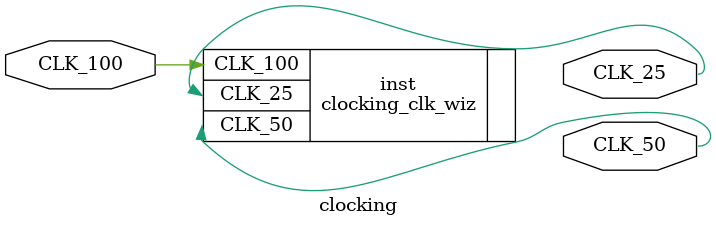
<source format=v>


`timescale 1ps/1ps

(* CORE_GENERATION_INFO = "clocking,clk_wiz_v6_0_12_0_0,{component_name=clocking,use_phase_alignment=true,use_min_o_jitter=false,use_max_i_jitter=false,use_dyn_phase_shift=false,use_inclk_switchover=false,use_dyn_reconfig=false,enable_axi=0,feedback_source=FDBK_AUTO,PRIMITIVE=MMCM,num_out_clk=2,clkin1_period=10.000,clkin2_period=10.000,use_power_down=false,use_reset=false,use_locked=false,use_inclk_stopped=false,feedback_type=SINGLE,CLOCK_MGR_TYPE=NA,manual_override=false}" *)

module clocking 
 (
  // Clock out ports
  output        CLK_50,
  output        CLK_25,
 // Clock in ports
  input         CLK_100
 );

  clocking_clk_wiz inst
  (
  // Clock out ports  
  .CLK_50(CLK_50),
  .CLK_25(CLK_25),
 // Clock in ports
  .CLK_100(CLK_100)
  );

endmodule

</source>
